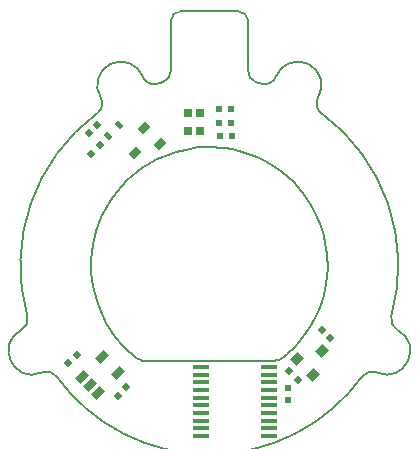
<source format=gbp>
G04*
G04 #@! TF.GenerationSoftware,Altium Limited,Altium Designer,21.8.1 (53)*
G04*
G04 Layer_Color=128*
%FSAX25Y25*%
%MOIN*%
G70*
G04*
G04 #@! TF.SameCoordinates,0877F43B-692F-42B8-B247-028E53A2D651*
G04*
G04*
G04 #@! TF.FilePolarity,Positive*
G04*
G01*
G75*
%ADD11C,0.00787*%
%ADD18R,0.02165X0.01968*%
G04:AMPARAMS|DCode=19|XSize=19.68mil|YSize=21.65mil|CornerRadius=0mil|HoleSize=0mil|Usage=FLASHONLY|Rotation=45.000|XOffset=0mil|YOffset=0mil|HoleType=Round|Shape=Rectangle|*
%AMROTATEDRECTD19*
4,1,4,0.00070,-0.01462,-0.01462,0.00070,-0.00070,0.01462,0.01462,-0.00070,0.00070,-0.01462,0.0*
%
%ADD19ROTATEDRECTD19*%

%ADD47R,0.05315X0.01575*%
%ADD50R,0.02559X0.03150*%
G04:AMPARAMS|DCode=51|XSize=31.5mil|YSize=35.43mil|CornerRadius=0mil|HoleSize=0mil|Usage=FLASHONLY|Rotation=315.000|XOffset=0mil|YOffset=0mil|HoleType=Round|Shape=Rectangle|*
%AMROTATEDRECTD51*
4,1,4,-0.02366,-0.00139,0.00139,0.02366,0.02366,0.00139,-0.00139,-0.02366,-0.02366,-0.00139,0.0*
%
%ADD51ROTATEDRECTD51*%

G04:AMPARAMS|DCode=52|XSize=23.62mil|YSize=35.43mil|CornerRadius=0mil|HoleSize=0mil|Usage=FLASHONLY|Rotation=135.000|XOffset=0mil|YOffset=0mil|HoleType=Round|Shape=Rectangle|*
%AMROTATEDRECTD52*
4,1,4,0.02088,0.00418,-0.00418,-0.02088,-0.02088,-0.00418,0.00418,0.02088,0.02088,0.00418,0.0*
%
%ADD52ROTATEDRECTD52*%

G04:AMPARAMS|DCode=53|XSize=27.56mil|YSize=39.37mil|CornerRadius=0mil|HoleSize=0mil|Usage=FLASHONLY|Rotation=315.000|XOffset=0mil|YOffset=0mil|HoleType=Round|Shape=Rectangle|*
%AMROTATEDRECTD53*
4,1,4,-0.02366,-0.00418,0.00418,0.02366,0.02366,0.00418,-0.00418,-0.02366,-0.02366,-0.00418,0.0*
%
%ADD53ROTATEDRECTD53*%

G04:AMPARAMS|DCode=54|XSize=21.65mil|YSize=19.68mil|CornerRadius=0mil|HoleSize=0mil|Usage=FLASHONLY|Rotation=45.000|XOffset=0mil|YOffset=0mil|HoleType=Round|Shape=Rectangle|*
%AMROTATEDRECTD54*
4,1,4,-0.00070,-0.01462,-0.01462,-0.00070,0.00070,0.01462,0.01462,0.00070,-0.00070,-0.01462,0.0*
%
%ADD54ROTATEDRECTD54*%

G04:AMPARAMS|DCode=55|XSize=21.65mil|YSize=19.68mil|CornerRadius=0mil|HoleSize=0mil|Usage=FLASHONLY|Rotation=315.000|XOffset=0mil|YOffset=0mil|HoleType=Round|Shape=Rectangle|*
%AMROTATEDRECTD55*
4,1,4,-0.01462,0.00070,-0.00070,0.01462,0.01462,-0.00070,0.00070,-0.01462,-0.01462,0.00070,0.0*
%
%ADD55ROTATEDRECTD55*%

%ADD56R,0.01968X0.02165*%
G04:AMPARAMS|DCode=69|XSize=15.75mil|YSize=23.62mil|CornerRadius=0mil|HoleSize=0mil|Usage=FLASHONLY|Rotation=225.000|XOffset=0mil|YOffset=0mil|HoleType=Round|Shape=Rectangle|*
%AMROTATEDRECTD69*
4,1,4,-0.00278,0.01392,0.01392,-0.00278,0.00278,-0.01392,-0.01392,0.00278,-0.00278,0.01392,0.0*
%
%ADD69ROTATEDRECTD69*%

D11*
X-0024319Y-0031866D02*
G03*
X-0022417Y-0032653I0001897J0001892D01*
G01*
X0021768Y-0032650D02*
G03*
X0025181Y-0031236I-0000007J0004845D01*
G01*
X-0062660Y-0022428D02*
G03*
X-0060669Y-0017867I-0001801J0003501D01*
G01*
X-0062660Y-0022428D02*
G03*
X-0055813Y-0036604I0003601J-0007002D01*
G01*
X-0051003Y-0037880D02*
G03*
X-0055813Y-0036604I-0003187J-0002311D01*
G01*
X-0051003Y-0037880D02*
G03*
X0050995Y-0037880I0050999J0036974D01*
G01*
X0055805Y-0036604D02*
G03*
X0050995Y-0037880I-0001623J-0003587D01*
G01*
X0060661Y-0017867D02*
G03*
X0062652Y-0022428I0003792J-0001060D01*
G01*
X0055805Y-0036604D02*
G03*
X0062652Y-0022428I0003246J0007174D01*
G01*
X0060661Y-0017867D02*
G03*
X0037293Y0049857I-0060665J0016961D01*
G01*
X0036257Y0055071D02*
G03*
X0037293Y0049857I0003367J-0002041D01*
G01*
X0036257Y0055071D02*
G03*
X0022180Y0061992I-0006733J0004082D01*
G01*
X0017419Y0059628D02*
G03*
X0022180Y0061992I0001089J0003783D01*
G01*
X0017419Y0059628D02*
G03*
X0015709Y0060094I-0017423J-0060534D01*
G01*
X0012894Y0063874D02*
G03*
X0015602Y0060134I0003940J0000003D01*
G01*
X0012894Y0080611D02*
G03*
X0009748Y0083756I-0003145J0000000D01*
G01*
X-0009709D02*
G03*
X-0012854Y0080611I0000000J-0003145D01*
G01*
X-0015563Y0060134D02*
G03*
X-0017427Y0059628I0015559J-0061040D01*
G01*
X-0015563Y0060134D02*
G03*
X-0012854Y0063874I-0001232J0003743D01*
G01*
X-0022188Y0061992D02*
G03*
X-0017427Y0059628I0003672J0001419D01*
G01*
X-0022188Y0061992D02*
G03*
X-0036265Y0055071I-0007344J-0002839D01*
G01*
X-0037301Y0049857D02*
G03*
X-0036265Y0055071I-0002331J0003173D01*
G01*
X-0037301Y0049857D02*
G03*
X-0060669Y-0017867I0037297J-0050763D01*
G01*
X0015709Y0060094D02*
G03*
X0015602Y0060134I-0000180J-0000323D01*
G01*
X-0007784Y0037689D02*
X-0003803Y0038405D01*
X0007709Y0037701D02*
X0009961Y0037185D01*
X-0024272Y0030055D02*
X-0021961Y0031768D01*
X0031988Y0022126D02*
X0034303Y0018421D01*
X0038898Y-0007240D02*
X0039260Y-0004413D01*
X-0038484Y-0009173D02*
X-0037165Y-0013898D01*
X0030996Y-0025181D02*
X0033516Y-0021559D01*
X-0029110Y-0027409D02*
X-0027362Y-0029252D01*
X-0011000Y0036898D02*
X-0007784Y0037689D01*
X0005315Y0038102D02*
X0007709Y0037701D01*
X0028051Y0026752D02*
X0031988Y0022126D01*
X-0035236Y0016713D02*
X-0033457Y0019847D01*
X0038681Y0006461D02*
X0038984Y0004634D01*
X-0039173Y0003228D02*
X-0038681Y0006279D01*
X-0037165Y-0013898D02*
X-0035543Y-0017835D01*
X-0027362Y-0029252D02*
X-0025591Y-0030827D01*
X-0027362Y0027441D02*
X-0024272Y0030055D01*
X0024331Y0030047D02*
X0028051Y0026752D01*
X-0035689Y0015713D02*
X-0035236Y0016713D01*
X0038169Y0008740D02*
X0038681Y0006461D01*
X-0039319Y0001063D02*
X-0039173Y0003228D01*
X0039260Y-0004413D02*
X0039394Y-0001819D01*
X-0035543Y-0017835D02*
X-0034335Y-0020173D01*
X0033516Y-0021559D02*
X0035138Y-0018622D01*
X0003500Y0038307D02*
X0005315Y0038102D01*
X-0015358Y0035342D02*
X-0011000Y0036898D01*
X-0029110Y0025602D02*
X-0027362Y0027441D01*
X0037079Y0012327D02*
X0038169Y0008740D01*
X-0036319Y0014252D02*
X-0035689Y0015713D01*
X0039394Y-0001819D02*
X0039425Y-0000587D01*
X0035138Y-0018622D02*
X0036496Y-0015669D01*
X-0025591Y-0030827D02*
X-0024319Y-0031866D01*
X0025181Y-0031236D02*
X0025787Y-0030630D01*
X0001291Y0038421D02*
X0003500Y0038307D01*
X-0017335Y0034441D02*
X-0015358Y0035342D01*
X0021768Y0031898D02*
X0024331Y0030047D01*
X-0032098Y0021890D02*
X-0029110Y0025602D01*
X-0039319Y-0002874D02*
Y0001063D01*
X0036496Y-0015669D02*
X0037472Y-0013008D01*
X-0034335Y-0020173D02*
X-0032098Y-0023701D01*
X0025787Y-0030630D02*
X0028445Y-0028169D01*
X-0022417Y-0032653D02*
X-0021961Y-0032650D01*
X-0001224Y0038453D02*
X0001291Y0038421D01*
X0012874Y0036299D02*
X0015870Y0035126D01*
X0018701Y0033740D02*
X0021768Y0031898D01*
X0035693Y0015709D02*
X0037079Y0012327D01*
X-0037634Y0010657D02*
X-0036319Y0014252D01*
X0039323Y0001063D02*
X0039425Y-0000587D01*
X-0039319Y-0002874D02*
X-0039075Y-0006024D01*
X-0032098Y-0023701D02*
X-0030953Y-0025236D01*
X0028445Y-0028169D02*
X0029847Y-0026579D01*
X-0021961Y-0032650D02*
X0021768D01*
X0009961Y0037185D02*
X0012874Y0036299D01*
X-0020736Y0032563D02*
X-0017335Y0034441D01*
X0015870Y0035126D02*
X0018701Y0033740D01*
X-0032803Y0020862D02*
X-0032098Y0021890D01*
X0034303Y0018421D02*
X0035693Y0015709D01*
X-0038118Y0008937D02*
X-0037634Y0010657D01*
X0039213Y0002717D02*
X0039323Y0001063D01*
X-0039075Y-0006024D02*
X-0038484Y-0009173D01*
X0037472Y-0013008D02*
X0038091Y-0010957D01*
X-0003803Y0038405D02*
X-0001224Y0038453D01*
X-0021961Y0031768D02*
X-0020736Y0032563D01*
X-0033457Y0019847D02*
X-0032803Y0020862D01*
X0038984Y0004634D02*
X0039213Y0002717D01*
X-0038681Y0006279D02*
X-0038118Y0008937D01*
X0038091Y-0010957D02*
X0038898Y-0007240D01*
X-0030953Y-0025236D02*
X-0029110Y-0027409D01*
X0029847Y-0026579D02*
X0030996Y-0025181D01*
X0012894Y0063874D02*
Y0080611D01*
X-0009709Y0083756D02*
X0009748D01*
X-0012854Y0063874D02*
Y0080611D01*
D18*
X0026181Y-0045768D02*
D03*
Y-0041831D02*
D03*
D19*
X-0027785Y-0041582D02*
D03*
X-0030569Y-0044366D02*
D03*
X-0037289Y0045996D02*
D03*
X-0040073Y0043213D02*
D03*
X-0047061Y-0033577D02*
D03*
X-0044277Y-0030793D02*
D03*
D47*
X0019882Y-0034744D02*
D03*
Y-0037303D02*
D03*
Y-0039862D02*
D03*
Y-0042421D02*
D03*
Y-0044980D02*
D03*
Y-0047539D02*
D03*
Y-0050098D02*
D03*
Y-0052658D02*
D03*
Y-0055216D02*
D03*
Y-0057776D02*
D03*
X-0002756D02*
D03*
Y-0055216D02*
D03*
Y-0052658D02*
D03*
Y-0050098D02*
D03*
Y-0047539D02*
D03*
Y-0044980D02*
D03*
Y-0042421D02*
D03*
Y-0039862D02*
D03*
Y-0037303D02*
D03*
Y-0034744D02*
D03*
D50*
X-0007283Y0043799D02*
D03*
Y0049705D02*
D03*
X-0002953D02*
D03*
Y0043799D02*
D03*
D51*
X0034605Y-0037515D02*
D03*
X0029316Y-0032226D02*
D03*
X0037528Y-0029303D02*
D03*
D52*
X-0021821Y0044877D02*
D03*
X-0016532Y0039588D02*
D03*
X-0024745Y0036665D02*
D03*
D53*
X-0030369Y-0036796D02*
D03*
X-0035658Y-0031506D02*
D03*
X-0042340Y-0038188D02*
D03*
X-0039695Y-0040832D02*
D03*
X-0037050Y-0043477D02*
D03*
D54*
X0026659Y-0036206D02*
D03*
X0029443Y-0038990D02*
D03*
X0037388Y-0022427D02*
D03*
X0040172Y-0025211D02*
D03*
D55*
X-0036600Y0039089D02*
D03*
X-0039384Y0036305D02*
D03*
D56*
X0003347Y0051083D02*
D03*
X0007283D02*
D03*
X0003543Y0042224D02*
D03*
X0007480D02*
D03*
X0003347Y0046654D02*
D03*
X0007283D02*
D03*
D69*
X-0030040Y0045945D02*
D03*
X-0033937Y0042047D02*
D03*
M02*

</source>
